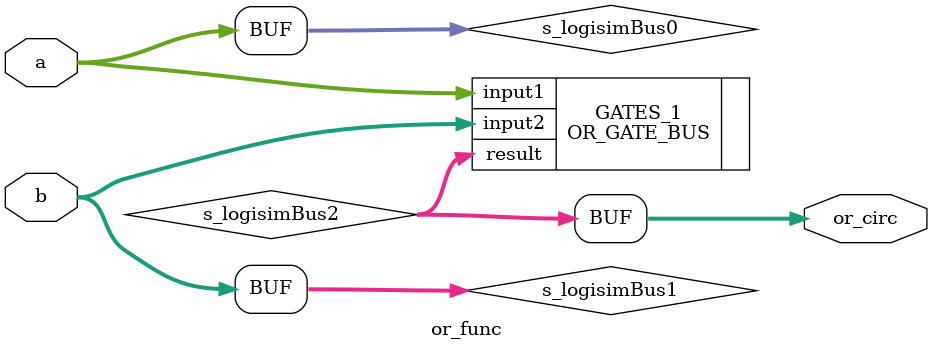
<source format=v>
/******************************************************************************
 ** Logisim-evolution goes FPGA automatic generated Verilog code             **
 ** https://github.com/logisim-evolution/                                    **
 **                                                                          **
 ** Component : or_func                                                      **
 **                                                                          **
 *****************************************************************************/

module or_func( a,
                b,
                or_circ );

   /*******************************************************************************
   ** The inputs are defined here                                                **
   *******************************************************************************/
   input [31:0] a;
   input [31:0] b;

   /*******************************************************************************
   ** The outputs are defined here                                               **
   *******************************************************************************/
   output [31:0] or_circ;

   /*******************************************************************************
   ** The wires are defined here                                                 **
   *******************************************************************************/
   wire [31:0] s_logisimBus0;
   wire [31:0] s_logisimBus1;
   wire [31:0] s_logisimBus2;

   /*******************************************************************************
   ** The module functionality is described here                                 **
   *******************************************************************************/

   /*******************************************************************************
   ** Here all input connections are defined                                     **
   *******************************************************************************/
   assign s_logisimBus0[31:0] = a;
   assign s_logisimBus1[31:0] = b;

   /*******************************************************************************
   ** Here all output connections are defined                                    **
   *******************************************************************************/
   assign or_circ = s_logisimBus2[31:0];

   /*******************************************************************************
   ** Here all normal components are defined                                     **
   *******************************************************************************/
   OR_GATE_BUS #(.BubblesMask(2'b00),
                 .NrOfBits(32))
      GATES_1 (.input1(s_logisimBus0[31:0]),
               .input2(s_logisimBus1[31:0]),
               .result(s_logisimBus2[31:0]));


endmodule

</source>
